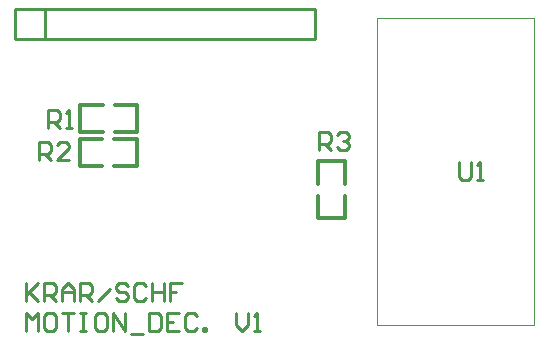
<source format=gbr>
%TF.GenerationSoftware,Altium Limited,Altium Designer,24.0.1 (36)*%
G04 Layer_Color=65535*
%FSLAX45Y45*%
%MOMM*%
%TF.SameCoordinates,8AA56912-9505-4270-891B-A046144FA8B4*%
%TF.FilePolarity,Positive*%
%TF.FileFunction,Legend,Top*%
%TF.Part,Single*%
G01*
G75*
%TA.AperFunction,NonConductor*%
%ADD19C,0.25400*%
%ADD20C,0.30480*%
%ADD21C,0.10000*%
D19*
X7893000Y8623000D02*
X10433000D01*
Y8877000D01*
X7893000D02*
X10433000D01*
X7893000Y8623000D02*
Y8877000D01*
X8147000Y8623000D02*
Y8877000D01*
X7992200Y6150592D02*
Y6302943D01*
X8042983Y6252159D01*
X8093767Y6302943D01*
Y6150592D01*
X8220726Y6302943D02*
X8169943D01*
X8144551Y6277551D01*
Y6175984D01*
X8169943Y6150592D01*
X8220726D01*
X8246118Y6175984D01*
Y6277551D01*
X8220726Y6302943D01*
X8296901D02*
X8398469D01*
X8347685D01*
Y6150592D01*
X8449252Y6302943D02*
X8500036D01*
X8474644D01*
Y6150592D01*
X8449252D01*
X8500036D01*
X8652386Y6302943D02*
X8601603D01*
X8576211Y6277551D01*
Y6175984D01*
X8601603Y6150592D01*
X8652386D01*
X8677778Y6175984D01*
Y6277551D01*
X8652386Y6302943D01*
X8728562Y6150592D02*
Y6302943D01*
X8830129Y6150592D01*
Y6302943D01*
X8880912Y6125200D02*
X8982480D01*
X9033263Y6302943D02*
Y6150592D01*
X9109438D01*
X9134830Y6175984D01*
Y6277551D01*
X9109438Y6302943D01*
X9033263D01*
X9287181D02*
X9185614D01*
Y6150592D01*
X9287181D01*
X9185614Y6226767D02*
X9236397D01*
X9439532Y6277551D02*
X9414140Y6302943D01*
X9363356D01*
X9337965Y6277551D01*
Y6175984D01*
X9363356Y6150592D01*
X9414140D01*
X9439532Y6175984D01*
X9490315Y6150592D02*
Y6175984D01*
X9515707D01*
Y6150592D01*
X9490315D01*
X9769625Y6302943D02*
Y6201375D01*
X9820408Y6150592D01*
X9871192Y6201375D01*
Y6302943D01*
X9921976Y6150592D02*
X9972759D01*
X9947367D01*
Y6302943D01*
X9921976Y6277551D01*
X7992200Y6556951D02*
Y6404600D01*
Y6455384D01*
X8093767Y6556951D01*
X8017592Y6480775D01*
X8093767Y6404600D01*
X8144551D02*
Y6556951D01*
X8220726D01*
X8246118Y6531559D01*
Y6480775D01*
X8220726Y6455384D01*
X8144551D01*
X8195334D02*
X8246118Y6404600D01*
X8296901D02*
Y6506167D01*
X8347685Y6556951D01*
X8398469Y6506167D01*
Y6404600D01*
Y6480775D01*
X8296901D01*
X8449252Y6404600D02*
Y6556951D01*
X8525427D01*
X8550819Y6531559D01*
Y6480775D01*
X8525427Y6455384D01*
X8449252D01*
X8500036D02*
X8550819Y6404600D01*
X8601603D02*
X8703170Y6506167D01*
X8855521Y6531559D02*
X8830129Y6556951D01*
X8779345D01*
X8753954Y6531559D01*
Y6506167D01*
X8779345Y6480775D01*
X8830129D01*
X8855521Y6455384D01*
Y6429992D01*
X8830129Y6404600D01*
X8779345D01*
X8753954Y6429992D01*
X9007871Y6531559D02*
X8982480Y6556951D01*
X8931696D01*
X8906304Y6531559D01*
Y6429992D01*
X8931696Y6404600D01*
X8982480D01*
X9007871Y6429992D01*
X9058655Y6556951D02*
Y6404600D01*
Y6480775D01*
X9160222D01*
Y6556951D01*
Y6404600D01*
X9312573Y6556951D02*
X9211006D01*
Y6480775D01*
X9261789D01*
X9211006D01*
Y6404600D01*
X11658433Y7586175D02*
Y7459216D01*
X11683825Y7433825D01*
X11734608D01*
X11760000Y7459216D01*
Y7586175D01*
X11810784Y7433825D02*
X11861567D01*
X11836176D01*
Y7586175D01*
X11810784Y7560783D01*
X10469880Y7683500D02*
Y7835851D01*
X10546055D01*
X10571447Y7810459D01*
Y7759675D01*
X10546055Y7734283D01*
X10469880D01*
X10520663D02*
X10571447Y7683500D01*
X10622231Y7810459D02*
X10647623Y7835851D01*
X10698406D01*
X10723798Y7810459D01*
Y7785067D01*
X10698406Y7759675D01*
X10673014D01*
X10698406D01*
X10723798Y7734283D01*
Y7708892D01*
X10698406Y7683500D01*
X10647623D01*
X10622231Y7708892D01*
X8098041Y7598825D02*
Y7751175D01*
X8174217D01*
X8199608Y7725783D01*
Y7675000D01*
X8174217Y7649608D01*
X8098041D01*
X8148825D02*
X8199608Y7598825D01*
X8351959D02*
X8250392D01*
X8351959Y7700392D01*
Y7725783D01*
X8326567Y7751175D01*
X8275784D01*
X8250392Y7725783D01*
X8173433Y7873825D02*
Y8026175D01*
X8249608D01*
X8275000Y8000784D01*
Y7950000D01*
X8249608Y7924608D01*
X8173433D01*
X8224216D02*
X8275000Y7873825D01*
X8325784D02*
X8376567D01*
X8351176D01*
Y8026175D01*
X8325784Y8000784D01*
D20*
X10460700Y7591300D02*
X10689300D01*
X10460700Y7108700D02*
X10689300D01*
X10460700Y7400800D02*
Y7591300D01*
X10689300Y7400800D02*
Y7591300D01*
Y7108700D02*
Y7299200D01*
X10460700Y7108700D02*
Y7299200D01*
X8927000Y7551195D02*
Y7779795D01*
X8444400Y7551195D02*
Y7779795D01*
X8736500D02*
X8927000D01*
X8736500Y7551195D02*
X8927000D01*
X8444400D02*
X8634900D01*
X8444400Y7779795D02*
X8634900D01*
X8448000Y7835700D02*
Y8064300D01*
X8930600Y7835700D02*
Y8064300D01*
X8448000Y7835700D02*
X8638500D01*
X8448000Y8064300D02*
X8638500D01*
X8740100D02*
X8930600D01*
X8740100Y7835700D02*
X8930600D01*
D21*
X10962000Y6200000D02*
Y8800000D01*
X12292000D01*
Y6200000D02*
Y8800000D01*
X10962000Y6200000D02*
X12292000D01*
%TF.MD5,3034c6632f24dafda82f1ae74137d46d*%
M02*

</source>
